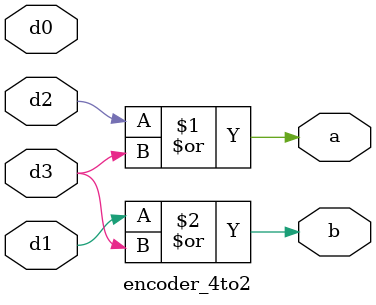
<source format=v>
`timescale 1ns / 1ps

module encoder_4to2(

    input d0, d1, d2, d3,
    output a, b

    );
    
    assign a = d2 | d3;
    assign b = d1 | d3;
    
endmodule

</source>
